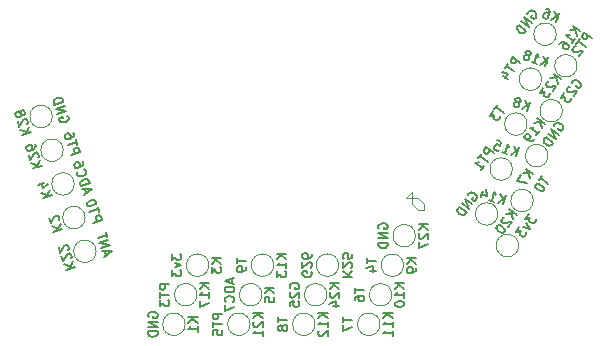
<source format=gbr>
%TF.GenerationSoftware,KiCad,Pcbnew,5.1.6-c6e7f7d~87~ubuntu18.04.1*%
%TF.CreationDate,2020-07-29T15:25:13-07:00*%
%TF.ProjectId,esp32_picod4_downpads,65737033-325f-4706-9963-6f64345f646f,rev?*%
%TF.SameCoordinates,Original*%
%TF.FileFunction,Legend,Bot*%
%TF.FilePolarity,Positive*%
%FSLAX46Y46*%
G04 Gerber Fmt 4.6, Leading zero omitted, Abs format (unit mm)*
G04 Created by KiCad (PCBNEW 5.1.6-c6e7f7d~87~ubuntu18.04.1) date 2020-07-29 15:25:13*
%MOMM*%
%LPD*%
G01*
G04 APERTURE LIST*
%ADD10C,0.120000*%
%ADD11C,0.150000*%
G04 APERTURE END LIST*
D10*
X110652000Y-111832000D02*
X109636000Y-111832000D01*
X111160000Y-112340000D02*
X110652000Y-111832000D01*
X111160000Y-112848000D02*
X111160000Y-112340000D01*
X110652000Y-112848000D02*
X111160000Y-112848000D01*
X110144000Y-112340000D02*
X110652000Y-112848000D01*
X110144000Y-111324000D02*
X110144000Y-112340000D01*
X109636000Y-111832000D02*
X110144000Y-111324000D01*
%TO.C,K13*%
X98450000Y-117500000D02*
G75*
G03*
X98450000Y-117500000I-950000J0D01*
G01*
%TO.C,K3*%
X92950000Y-117500000D02*
G75*
G03*
X92950000Y-117500000I-950000J0D01*
G01*
%TO.C,K5*%
X97450000Y-120000000D02*
G75*
G03*
X97450000Y-120000000I-950000J0D01*
G01*
%TO.C,K1*%
X90950000Y-122500000D02*
G75*
G03*
X90950000Y-122500000I-950000J0D01*
G01*
%TO.C,K2*%
X82484014Y-113469766D02*
G75*
G03*
X82484014Y-113469766I-950000J0D01*
G01*
%TO.C,K4*%
X81556964Y-110616596D02*
G75*
G03*
X81556964Y-110616596I-950000J0D01*
G01*
%TO.C,K6*%
X122373620Y-97942862D02*
G75*
G03*
X122373620Y-97942862I-950000J0D01*
G01*
%TO.C,K7*%
X120425023Y-112030196D02*
G75*
G03*
X120425023Y-112030196I-950000J0D01*
G01*
%TO.C,K8*%
X119901484Y-105551314D02*
G75*
G03*
X119901484Y-105551314I-950000J0D01*
G01*
%TO.C,K9*%
X109450000Y-117500000D02*
G75*
G03*
X109450000Y-117500000I-950000J0D01*
G01*
%TO.C,K10*%
X108450000Y-120000000D02*
G75*
G03*
X108450000Y-120000000I-950000J0D01*
G01*
%TO.C,K11*%
X107450000Y-122500000D02*
G75*
G03*
X107450000Y-122500000I-950000J0D01*
G01*
%TO.C,K12*%
X101950000Y-122500000D02*
G75*
G03*
X101950000Y-122500000I-950000J0D01*
G01*
%TO.C,K14*%
X117429348Y-113159766D02*
G75*
G03*
X117429348Y-113159766I-950000J0D01*
G01*
%TO.C,K15*%
X118665416Y-109355540D02*
G75*
G03*
X118665416Y-109355540I-950000J0D01*
G01*
%TO.C,K16*%
X124133227Y-100617517D02*
G75*
G03*
X124133227Y-100617517I-950000J0D01*
G01*
%TO.C,K17*%
X91950000Y-120000000D02*
G75*
G03*
X91950000Y-120000000I-950000J0D01*
G01*
%TO.C,K18*%
X121137552Y-101747088D02*
G75*
G03*
X121137552Y-101747088I-950000J0D01*
G01*
%TO.C,K19*%
X121661091Y-108225969D02*
G75*
G03*
X121661091Y-108225969I-950000J0D01*
G01*
%TO.C,K20*%
X119188955Y-115834422D02*
G75*
G03*
X119188955Y-115834422I-950000J0D01*
G01*
%TO.C,K21*%
X96450000Y-122500000D02*
G75*
G03*
X96450000Y-122500000I-950000J0D01*
G01*
%TO.C,K23*%
X122897159Y-104421743D02*
G75*
G03*
X122897159Y-104421743I-950000J0D01*
G01*
%TO.C,K24*%
X102950000Y-120000000D02*
G75*
G03*
X102950000Y-120000000I-950000J0D01*
G01*
%TO.C,K25*%
X103950000Y-117500000D02*
G75*
G03*
X103950000Y-117500000I-950000J0D01*
G01*
%TO.C,K26*%
X80629914Y-107763427D02*
G75*
G03*
X80629914Y-107763427I-950000J0D01*
G01*
%TO.C,K27*%
X110450000Y-115000000D02*
G75*
G03*
X110450000Y-115000000I-950000J0D01*
G01*
%TO.C,K22*%
X83411066Y-116322936D02*
G75*
G03*
X83411066Y-116322936I-950000J0D01*
G01*
%TO.C,K28*%
X79702863Y-104910257D02*
G75*
G03*
X79702863Y-104910257I-950000J0D01*
G01*
%TO.C,K13*%
D11*
X99509904Y-116528571D02*
X98709904Y-116528571D01*
X99509904Y-116985714D02*
X99052761Y-116642857D01*
X98709904Y-116985714D02*
X99167047Y-116528571D01*
X99509904Y-117747619D02*
X99509904Y-117290476D01*
X99509904Y-117519047D02*
X98709904Y-117519047D01*
X98824190Y-117442857D01*
X98900380Y-117366666D01*
X98938476Y-117290476D01*
X98709904Y-118014285D02*
X98709904Y-118509523D01*
X99014666Y-118242857D01*
X99014666Y-118357142D01*
X99052761Y-118433333D01*
X99090857Y-118471428D01*
X99167047Y-118509523D01*
X99357523Y-118509523D01*
X99433714Y-118471428D01*
X99471809Y-118433333D01*
X99509904Y-118357142D01*
X99509904Y-118128571D01*
X99471809Y-118052380D01*
X99433714Y-118014285D01*
X95311904Y-116890476D02*
X95311904Y-117347619D01*
X96111904Y-117119047D02*
X95311904Y-117119047D01*
X96111904Y-117652380D02*
X96111904Y-117804761D01*
X96073809Y-117880952D01*
X96035714Y-117919047D01*
X95921428Y-117995238D01*
X95769047Y-118033333D01*
X95464285Y-118033333D01*
X95388095Y-117995238D01*
X95350000Y-117957142D01*
X95311904Y-117880952D01*
X95311904Y-117728571D01*
X95350000Y-117652380D01*
X95388095Y-117614285D01*
X95464285Y-117576190D01*
X95654761Y-117576190D01*
X95730952Y-117614285D01*
X95769047Y-117652380D01*
X95807142Y-117728571D01*
X95807142Y-117880952D01*
X95769047Y-117957142D01*
X95730952Y-117995238D01*
X95654761Y-118033333D01*
%TO.C,K3*%
X94009904Y-116909523D02*
X93209904Y-116909523D01*
X94009904Y-117366666D02*
X93552761Y-117023809D01*
X93209904Y-117366666D02*
X93667047Y-116909523D01*
X93209904Y-117633333D02*
X93209904Y-118128571D01*
X93514666Y-117861904D01*
X93514666Y-117976190D01*
X93552761Y-118052380D01*
X93590857Y-118090476D01*
X93667047Y-118128571D01*
X93857523Y-118128571D01*
X93933714Y-118090476D01*
X93971809Y-118052380D01*
X94009904Y-117976190D01*
X94009904Y-117747619D01*
X93971809Y-117671428D01*
X93933714Y-117633333D01*
X89811904Y-116547619D02*
X89811904Y-117042857D01*
X90116666Y-116776190D01*
X90116666Y-116890476D01*
X90154761Y-116966666D01*
X90192857Y-117004761D01*
X90269047Y-117042857D01*
X90459523Y-117042857D01*
X90535714Y-117004761D01*
X90573809Y-116966666D01*
X90611904Y-116890476D01*
X90611904Y-116661904D01*
X90573809Y-116585714D01*
X90535714Y-116547619D01*
X90078571Y-117309523D02*
X90611904Y-117500000D01*
X90078571Y-117690476D01*
X89811904Y-117919047D02*
X89811904Y-118414285D01*
X90116666Y-118147619D01*
X90116666Y-118261904D01*
X90154761Y-118338095D01*
X90192857Y-118376190D01*
X90269047Y-118414285D01*
X90459523Y-118414285D01*
X90535714Y-118376190D01*
X90573809Y-118338095D01*
X90611904Y-118261904D01*
X90611904Y-118033333D01*
X90573809Y-117957142D01*
X90535714Y-117919047D01*
%TO.C,K5*%
X98509904Y-119409523D02*
X97709904Y-119409523D01*
X98509904Y-119866666D02*
X98052761Y-119523809D01*
X97709904Y-119866666D02*
X98167047Y-119409523D01*
X97709904Y-120590476D02*
X97709904Y-120209523D01*
X98090857Y-120171428D01*
X98052761Y-120209523D01*
X98014666Y-120285714D01*
X98014666Y-120476190D01*
X98052761Y-120552380D01*
X98090857Y-120590476D01*
X98167047Y-120628571D01*
X98357523Y-120628571D01*
X98433714Y-120590476D01*
X98471809Y-120552380D01*
X98509904Y-120476190D01*
X98509904Y-120285714D01*
X98471809Y-120209523D01*
X98433714Y-120171428D01*
X94883333Y-118628571D02*
X94883333Y-119009523D01*
X95111904Y-118552380D02*
X94311904Y-118819047D01*
X95111904Y-119085714D01*
X95111904Y-119352380D02*
X94311904Y-119352380D01*
X94311904Y-119542857D01*
X94350000Y-119657142D01*
X94426190Y-119733333D01*
X94502380Y-119771428D01*
X94654761Y-119809523D01*
X94769047Y-119809523D01*
X94921428Y-119771428D01*
X94997619Y-119733333D01*
X95073809Y-119657142D01*
X95111904Y-119542857D01*
X95111904Y-119352380D01*
X95035714Y-120609523D02*
X95073809Y-120571428D01*
X95111904Y-120457142D01*
X95111904Y-120380952D01*
X95073809Y-120266666D01*
X94997619Y-120190476D01*
X94921428Y-120152380D01*
X94769047Y-120114285D01*
X94654761Y-120114285D01*
X94502380Y-120152380D01*
X94426190Y-120190476D01*
X94350000Y-120266666D01*
X94311904Y-120380952D01*
X94311904Y-120457142D01*
X94350000Y-120571428D01*
X94388095Y-120609523D01*
X94311904Y-120876190D02*
X94311904Y-121409523D01*
X95111904Y-121066666D01*
%TO.C,K1*%
X92009904Y-121909523D02*
X91209904Y-121909523D01*
X92009904Y-122366666D02*
X91552761Y-122023809D01*
X91209904Y-122366666D02*
X91667047Y-121909523D01*
X92009904Y-123128571D02*
X92009904Y-122671428D01*
X92009904Y-122900000D02*
X91209904Y-122900000D01*
X91324190Y-122823809D01*
X91400380Y-122747619D01*
X91438476Y-122671428D01*
X87850000Y-121890476D02*
X87811904Y-121814285D01*
X87811904Y-121700000D01*
X87850000Y-121585714D01*
X87926190Y-121509523D01*
X88002380Y-121471428D01*
X88154761Y-121433333D01*
X88269047Y-121433333D01*
X88421428Y-121471428D01*
X88497619Y-121509523D01*
X88573809Y-121585714D01*
X88611904Y-121700000D01*
X88611904Y-121776190D01*
X88573809Y-121890476D01*
X88535714Y-121928571D01*
X88269047Y-121928571D01*
X88269047Y-121776190D01*
X88611904Y-122271428D02*
X87811904Y-122271428D01*
X88611904Y-122728571D01*
X87811904Y-122728571D01*
X88611904Y-123109523D02*
X87811904Y-123109523D01*
X87811904Y-123300000D01*
X87850000Y-123414285D01*
X87926190Y-123490476D01*
X88002380Y-123528571D01*
X88154761Y-123566666D01*
X88269047Y-123566666D01*
X88421428Y-123528571D01*
X88497619Y-123490476D01*
X88573809Y-123414285D01*
X88611904Y-123300000D01*
X88611904Y-123109523D01*
%TO.C,K2*%
X79804948Y-114652436D02*
X80565793Y-114405223D01*
X79663683Y-114217668D02*
X80204400Y-114402479D01*
X80424528Y-113970454D02*
X80131024Y-114546488D01*
X80257890Y-113704153D02*
X80282349Y-113656150D01*
X80295035Y-113571916D01*
X80236175Y-113390763D01*
X80176400Y-113330073D01*
X80128397Y-113305615D01*
X80044164Y-113292928D01*
X79971702Y-113316472D01*
X79874782Y-113388019D01*
X79581278Y-113964053D01*
X79428241Y-113493053D01*
X83130814Y-113892242D02*
X83891660Y-113645029D01*
X83797483Y-113355183D01*
X83737708Y-113294493D01*
X83689705Y-113270035D01*
X83605472Y-113257348D01*
X83496780Y-113292664D01*
X83436090Y-113352439D01*
X83411632Y-113400442D01*
X83398945Y-113484676D01*
X83493122Y-113774521D01*
X83679762Y-112992876D02*
X83538497Y-112558107D01*
X82848285Y-113022705D02*
X83609130Y-112775491D01*
X83409005Y-112159569D02*
X83385460Y-112087107D01*
X83325685Y-112026418D01*
X83277683Y-112001959D01*
X83193449Y-111989273D01*
X83036754Y-112000130D01*
X82855601Y-112058991D01*
X82722450Y-112142310D01*
X82661760Y-112202085D01*
X82637302Y-112250088D01*
X82624615Y-112334321D01*
X82648159Y-112406783D01*
X82707934Y-112467472D01*
X82755937Y-112491931D01*
X82840170Y-112504617D01*
X82996865Y-112493760D01*
X83178019Y-112434899D01*
X83311170Y-112351580D01*
X83371859Y-112291805D01*
X83396318Y-112243802D01*
X83409005Y-112159569D01*
%TO.C,K4*%
X78877898Y-111799266D02*
X79638743Y-111552053D01*
X78736633Y-111364498D02*
X79277350Y-111549309D01*
X79497478Y-111117284D02*
X79203974Y-111693318D01*
X79031966Y-110547536D02*
X78524736Y-110712345D01*
X79380672Y-110634513D02*
X78896071Y-110992247D01*
X78743034Y-110521248D01*
X82568300Y-111421324D02*
X82450579Y-111059017D01*
X82374460Y-111564418D02*
X83052900Y-111063589D01*
X82209650Y-111057188D01*
X82127246Y-110803573D02*
X82888091Y-110556359D01*
X82829231Y-110375205D01*
X82757684Y-110278285D01*
X82661678Y-110229368D01*
X82577445Y-110216681D01*
X82420750Y-110227539D01*
X82312058Y-110262855D01*
X82178907Y-110346174D01*
X82118217Y-110405949D01*
X82069300Y-110501955D01*
X82068386Y-110622419D01*
X82127246Y-110803573D01*
X81811229Y-109584414D02*
X81786770Y-109632417D01*
X81785856Y-109752882D01*
X81809400Y-109825343D01*
X81880947Y-109922263D01*
X81976952Y-109971180D01*
X82061186Y-109983867D01*
X82217881Y-109973009D01*
X82326573Y-109937693D01*
X82459724Y-109854374D01*
X82520413Y-109794599D01*
X82569331Y-109698594D01*
X82570245Y-109578129D01*
X82546701Y-109505668D01*
X82475154Y-109408748D01*
X82427151Y-109384289D01*
X82287715Y-108708592D02*
X82334804Y-108853515D01*
X82322117Y-108937748D01*
X82297658Y-108985751D01*
X82212510Y-109093529D01*
X82079359Y-109176848D01*
X81789514Y-109271025D01*
X81705280Y-109258338D01*
X81657277Y-109233879D01*
X81597502Y-109173190D01*
X81550414Y-109028267D01*
X81563101Y-108944034D01*
X81587559Y-108896031D01*
X81648249Y-108836256D01*
X81829402Y-108777395D01*
X81913636Y-108790082D01*
X81961639Y-108814541D01*
X82021414Y-108875230D01*
X82068502Y-109020153D01*
X82055815Y-109104386D01*
X82031357Y-109152389D01*
X81970667Y-109212164D01*
%TO.C,K6*%
X122382621Y-96902180D02*
X122629835Y-96141334D01*
X121947852Y-96760915D02*
X122415194Y-96432095D01*
X122195066Y-96000069D02*
X122488570Y-96576103D01*
X121542913Y-95788172D02*
X121687836Y-95835260D01*
X121748525Y-95895035D01*
X121772984Y-95943038D01*
X121810129Y-96075274D01*
X121799271Y-96231969D01*
X121705095Y-96521815D01*
X121645320Y-96582505D01*
X121597317Y-96606963D01*
X121513084Y-96619650D01*
X121368161Y-96572561D01*
X121307471Y-96512787D01*
X121283013Y-96464784D01*
X121270326Y-96380550D01*
X121329187Y-96199397D01*
X121388961Y-96138707D01*
X121436964Y-96114249D01*
X121521198Y-96101562D01*
X121666121Y-96148650D01*
X121726810Y-96208425D01*
X121751269Y-96256428D01*
X121763955Y-96340662D01*
X119934662Y-96196770D02*
X119948626Y-96112739D01*
X120015801Y-96020280D01*
X120113796Y-95950213D01*
X120220219Y-95933357D01*
X120304251Y-95947321D01*
X120449921Y-96006068D01*
X120542380Y-96073244D01*
X120643267Y-96193631D01*
X120682515Y-96269234D01*
X120699371Y-96375657D01*
X120663015Y-96490508D01*
X120618231Y-96552148D01*
X120520236Y-96622215D01*
X120467024Y-96630643D01*
X120251287Y-96473900D01*
X120340854Y-96350621D01*
X120327138Y-96952804D02*
X119679924Y-96482575D01*
X120058436Y-97322640D01*
X119411222Y-96852412D01*
X119834517Y-97630837D02*
X119187304Y-97160609D01*
X119075345Y-97314707D01*
X119038989Y-97429558D01*
X119055845Y-97535981D01*
X119095092Y-97611584D01*
X119195979Y-97731971D01*
X119288438Y-97799147D01*
X119434109Y-97857894D01*
X119518140Y-97871858D01*
X119624563Y-97855003D01*
X119722558Y-97784935D01*
X119834517Y-97630837D01*
%TO.C,K7*%
X120439860Y-109785017D02*
X119792646Y-109314788D01*
X120171158Y-110154853D02*
X120002848Y-109608774D01*
X119523944Y-109684625D02*
X120162483Y-109583490D01*
X119367202Y-109900363D02*
X119053716Y-110331838D01*
X119902456Y-110524689D01*
X121178842Y-109949378D02*
X120910140Y-110319215D01*
X121691705Y-110604525D02*
X121044491Y-110134297D01*
X120663830Y-110658231D02*
X120619047Y-110719871D01*
X120605083Y-110803902D01*
X120613511Y-110857114D01*
X120652758Y-110932717D01*
X120753645Y-111053104D01*
X120907744Y-111165063D01*
X121053414Y-111223811D01*
X121137445Y-111237774D01*
X121190657Y-111229347D01*
X121266260Y-111190099D01*
X121311044Y-111128460D01*
X121325008Y-111044428D01*
X121316580Y-110991217D01*
X121277332Y-110915614D01*
X121176445Y-110795227D01*
X121022347Y-110683268D01*
X120876676Y-110624520D01*
X120792645Y-110610556D01*
X120739434Y-110618984D01*
X120663830Y-110658231D01*
%TO.C,K8*%
X119874741Y-104426659D02*
X120121955Y-103665813D01*
X119439972Y-104285394D02*
X119907314Y-103956574D01*
X119687186Y-103524548D02*
X119980690Y-104100582D01*
X119146469Y-103709360D02*
X119230702Y-103696673D01*
X119278705Y-103672215D01*
X119338480Y-103611525D01*
X119350252Y-103575295D01*
X119337565Y-103491061D01*
X119313107Y-103443058D01*
X119252417Y-103383284D01*
X119107494Y-103336195D01*
X119023261Y-103348882D01*
X118975258Y-103373340D01*
X118915483Y-103434030D01*
X118903711Y-103470261D01*
X118916398Y-103554494D01*
X118940856Y-103602497D01*
X119001546Y-103662272D01*
X119146469Y-103709360D01*
X119207158Y-103769135D01*
X119231617Y-103817138D01*
X119244303Y-103901371D01*
X119197215Y-104046294D01*
X119137440Y-104106984D01*
X119089437Y-104131442D01*
X119005204Y-104144129D01*
X118860281Y-104097040D01*
X118799591Y-104037266D01*
X118775133Y-103989263D01*
X118762446Y-103905029D01*
X118809534Y-103760106D01*
X118869309Y-103699417D01*
X118917312Y-103674958D01*
X119001546Y-103662272D01*
X117403842Y-103924378D02*
X117135140Y-104294215D01*
X117916705Y-104579525D02*
X117269491Y-104109297D01*
X117023181Y-104448313D02*
X116732088Y-104848969D01*
X117135388Y-104812366D01*
X117068212Y-104904825D01*
X117054248Y-104988856D01*
X117062676Y-105042068D01*
X117101924Y-105117671D01*
X117256022Y-105229630D01*
X117340054Y-105243594D01*
X117393265Y-105235166D01*
X117468868Y-105195919D01*
X117603219Y-105011001D01*
X117617183Y-104926969D01*
X117608755Y-104873758D01*
%TO.C,K9*%
X110509904Y-116909523D02*
X109709904Y-116909523D01*
X110509904Y-117366666D02*
X110052761Y-117023809D01*
X109709904Y-117366666D02*
X110167047Y-116909523D01*
X110509904Y-117747619D02*
X110509904Y-117900000D01*
X110471809Y-117976190D01*
X110433714Y-118014285D01*
X110319428Y-118090476D01*
X110167047Y-118128571D01*
X109862285Y-118128571D01*
X109786095Y-118090476D01*
X109748000Y-118052380D01*
X109709904Y-117976190D01*
X109709904Y-117823809D01*
X109748000Y-117747619D01*
X109786095Y-117709523D01*
X109862285Y-117671428D01*
X110052761Y-117671428D01*
X110128952Y-117709523D01*
X110167047Y-117747619D01*
X110205142Y-117823809D01*
X110205142Y-117976190D01*
X110167047Y-118052380D01*
X110128952Y-118090476D01*
X110052761Y-118128571D01*
X106311904Y-116890476D02*
X106311904Y-117347619D01*
X107111904Y-117119047D02*
X106311904Y-117119047D01*
X106578571Y-117957142D02*
X107111904Y-117957142D01*
X106273809Y-117766666D02*
X106845238Y-117576190D01*
X106845238Y-118071428D01*
%TO.C,K10*%
X109509904Y-119028571D02*
X108709904Y-119028571D01*
X109509904Y-119485714D02*
X109052761Y-119142857D01*
X108709904Y-119485714D02*
X109167047Y-119028571D01*
X109509904Y-120247619D02*
X109509904Y-119790476D01*
X109509904Y-120019047D02*
X108709904Y-120019047D01*
X108824190Y-119942857D01*
X108900380Y-119866666D01*
X108938476Y-119790476D01*
X108709904Y-120742857D02*
X108709904Y-120819047D01*
X108748000Y-120895238D01*
X108786095Y-120933333D01*
X108862285Y-120971428D01*
X109014666Y-121009523D01*
X109205142Y-121009523D01*
X109357523Y-120971428D01*
X109433714Y-120933333D01*
X109471809Y-120895238D01*
X109509904Y-120819047D01*
X109509904Y-120742857D01*
X109471809Y-120666666D01*
X109433714Y-120628571D01*
X109357523Y-120590476D01*
X109205142Y-120552380D01*
X109014666Y-120552380D01*
X108862285Y-120590476D01*
X108786095Y-120628571D01*
X108748000Y-120666666D01*
X108709904Y-120742857D01*
X105311904Y-119390476D02*
X105311904Y-119847619D01*
X106111904Y-119619047D02*
X105311904Y-119619047D01*
X105311904Y-120457142D02*
X105311904Y-120304761D01*
X105350000Y-120228571D01*
X105388095Y-120190476D01*
X105502380Y-120114285D01*
X105654761Y-120076190D01*
X105959523Y-120076190D01*
X106035714Y-120114285D01*
X106073809Y-120152380D01*
X106111904Y-120228571D01*
X106111904Y-120380952D01*
X106073809Y-120457142D01*
X106035714Y-120495238D01*
X105959523Y-120533333D01*
X105769047Y-120533333D01*
X105692857Y-120495238D01*
X105654761Y-120457142D01*
X105616666Y-120380952D01*
X105616666Y-120228571D01*
X105654761Y-120152380D01*
X105692857Y-120114285D01*
X105769047Y-120076190D01*
%TO.C,K11*%
X108509904Y-121528571D02*
X107709904Y-121528571D01*
X108509904Y-121985714D02*
X108052761Y-121642857D01*
X107709904Y-121985714D02*
X108167047Y-121528571D01*
X108509904Y-122747619D02*
X108509904Y-122290476D01*
X108509904Y-122519047D02*
X107709904Y-122519047D01*
X107824190Y-122442857D01*
X107900380Y-122366666D01*
X107938476Y-122290476D01*
X108509904Y-123509523D02*
X108509904Y-123052380D01*
X108509904Y-123280952D02*
X107709904Y-123280952D01*
X107824190Y-123204761D01*
X107900380Y-123128571D01*
X107938476Y-123052380D01*
X104311904Y-121890476D02*
X104311904Y-122347619D01*
X105111904Y-122119047D02*
X104311904Y-122119047D01*
X104311904Y-122538095D02*
X104311904Y-123071428D01*
X105111904Y-122728571D01*
%TO.C,K12*%
X103009904Y-121528571D02*
X102209904Y-121528571D01*
X103009904Y-121985714D02*
X102552761Y-121642857D01*
X102209904Y-121985714D02*
X102667047Y-121528571D01*
X103009904Y-122747619D02*
X103009904Y-122290476D01*
X103009904Y-122519047D02*
X102209904Y-122519047D01*
X102324190Y-122442857D01*
X102400380Y-122366666D01*
X102438476Y-122290476D01*
X102286095Y-123052380D02*
X102248000Y-123090476D01*
X102209904Y-123166666D01*
X102209904Y-123357142D01*
X102248000Y-123433333D01*
X102286095Y-123471428D01*
X102362285Y-123509523D01*
X102438476Y-123509523D01*
X102552761Y-123471428D01*
X103009904Y-123014285D01*
X103009904Y-123509523D01*
X98811904Y-121890476D02*
X98811904Y-122347619D01*
X99611904Y-122119047D02*
X98811904Y-122119047D01*
X99154761Y-122728571D02*
X99116666Y-122652380D01*
X99078571Y-122614285D01*
X99002380Y-122576190D01*
X98964285Y-122576190D01*
X98888095Y-122614285D01*
X98850000Y-122652380D01*
X98811904Y-122728571D01*
X98811904Y-122880952D01*
X98850000Y-122957142D01*
X98888095Y-122995238D01*
X98964285Y-123033333D01*
X99002380Y-123033333D01*
X99078571Y-122995238D01*
X99116666Y-122957142D01*
X99154761Y-122880952D01*
X99154761Y-122728571D01*
X99192857Y-122652380D01*
X99230952Y-122614285D01*
X99307142Y-122576190D01*
X99459523Y-122576190D01*
X99535714Y-122614285D01*
X99573809Y-122652380D01*
X99611904Y-122728571D01*
X99611904Y-122880952D01*
X99573809Y-122957142D01*
X99535714Y-122995238D01*
X99459523Y-123033333D01*
X99307142Y-123033333D01*
X99230952Y-122995238D01*
X99192857Y-122957142D01*
X99154761Y-122880952D01*
%TO.C,K14*%
X117837048Y-112344379D02*
X118084262Y-111583534D01*
X117402280Y-112203114D02*
X117869621Y-111874294D01*
X117649493Y-111442269D02*
X117942997Y-112018303D01*
X116677665Y-111967673D02*
X117112434Y-112108938D01*
X116895049Y-112038305D02*
X117142263Y-111277460D01*
X117179408Y-111409696D01*
X117228326Y-111505702D01*
X117289015Y-111565477D01*
X116190321Y-111248545D02*
X116025512Y-111755776D01*
X116465651Y-111017560D02*
X116470224Y-111619881D01*
X115999224Y-111466844D01*
X114884662Y-111596770D02*
X114898626Y-111512739D01*
X114965801Y-111420280D01*
X115063796Y-111350213D01*
X115170219Y-111333357D01*
X115254251Y-111347321D01*
X115399921Y-111406068D01*
X115492380Y-111473244D01*
X115593267Y-111593631D01*
X115632515Y-111669234D01*
X115649371Y-111775657D01*
X115613015Y-111890508D01*
X115568231Y-111952148D01*
X115470236Y-112022215D01*
X115417024Y-112030643D01*
X115201287Y-111873900D01*
X115290854Y-111750621D01*
X115277138Y-112352804D02*
X114629924Y-111882575D01*
X115008436Y-112722640D01*
X114361222Y-112252412D01*
X114784517Y-113030837D02*
X114137304Y-112560609D01*
X114025345Y-112714707D01*
X113988989Y-112829558D01*
X114005845Y-112935981D01*
X114045092Y-113011584D01*
X114145979Y-113131971D01*
X114238438Y-113199147D01*
X114384109Y-113257894D01*
X114468140Y-113271858D01*
X114574563Y-113255003D01*
X114672558Y-113184935D01*
X114784517Y-113030837D01*
%TO.C,K15*%
X118962048Y-108294379D02*
X119209262Y-107533534D01*
X118527280Y-108153114D02*
X118994621Y-107824294D01*
X118774493Y-107392269D02*
X119067997Y-107968303D01*
X117802665Y-107917673D02*
X118237434Y-108058938D01*
X118020049Y-107988305D02*
X118267263Y-107227460D01*
X118304408Y-107359696D01*
X118353326Y-107455702D01*
X118414015Y-107515477D01*
X117361495Y-106933158D02*
X117723802Y-107050879D01*
X117642312Y-107424958D01*
X117617853Y-107376956D01*
X117557164Y-107317181D01*
X117376010Y-107258320D01*
X117291777Y-107271007D01*
X117243774Y-107295465D01*
X117183999Y-107356155D01*
X117125139Y-107537308D01*
X117137825Y-107621542D01*
X117162284Y-107669545D01*
X117222973Y-107729320D01*
X117404127Y-107788180D01*
X117488361Y-107775493D01*
X117536363Y-107751035D01*
X117093994Y-107988459D02*
X116446781Y-107518231D01*
X116267646Y-107764788D01*
X116253682Y-107848820D01*
X116262110Y-107902031D01*
X116301358Y-107977634D01*
X116393817Y-108044810D01*
X116477848Y-108058774D01*
X116531060Y-108050346D01*
X116606663Y-108011098D01*
X116785797Y-107764541D01*
X116043728Y-108072985D02*
X115775026Y-108442822D01*
X116556591Y-108728132D02*
X115909377Y-108257903D01*
X116019187Y-109467804D02*
X116287889Y-109097968D01*
X116153538Y-109282886D02*
X115506324Y-108812658D01*
X115643567Y-108818194D01*
X115749990Y-108801338D01*
X115825593Y-108762091D01*
%TO.C,K16*%
X124413778Y-97701820D02*
X123766564Y-97231591D01*
X124145076Y-98071656D02*
X123976766Y-97525577D01*
X123497863Y-97601428D02*
X124136401Y-97500293D01*
X123697240Y-98688050D02*
X123965942Y-98318213D01*
X123831591Y-98503132D02*
X123184377Y-98032903D01*
X123321620Y-98038439D01*
X123428043Y-98021584D01*
X123503646Y-97982336D01*
X122646973Y-98772576D02*
X122736541Y-98649297D01*
X122812144Y-98610050D01*
X122865356Y-98601622D01*
X123002598Y-98607158D01*
X123148269Y-98665906D01*
X123394826Y-98845040D01*
X123434074Y-98920643D01*
X123442502Y-98973855D01*
X123428538Y-99057886D01*
X123338971Y-99181165D01*
X123263367Y-99220412D01*
X123210156Y-99228840D01*
X123126125Y-99214876D01*
X122972026Y-99102917D01*
X122932779Y-99027314D01*
X122924351Y-98974102D01*
X122938315Y-98890071D01*
X123027882Y-98766792D01*
X123103485Y-98727545D01*
X123156697Y-98719117D01*
X123240728Y-98733081D01*
X125393994Y-98288459D02*
X124746781Y-97818231D01*
X124567646Y-98064788D01*
X124553682Y-98148820D01*
X124562110Y-98202031D01*
X124601358Y-98277634D01*
X124693817Y-98344810D01*
X124777848Y-98358774D01*
X124831060Y-98350346D01*
X124906663Y-98311098D01*
X125085797Y-98064541D01*
X124343728Y-98372985D02*
X124075026Y-98742822D01*
X124856591Y-99028132D02*
X124209377Y-98557903D01*
X124002315Y-98972523D02*
X123949103Y-98980951D01*
X123873500Y-99020199D01*
X123761541Y-99174297D01*
X123747577Y-99258329D01*
X123756005Y-99311540D01*
X123795252Y-99387143D01*
X123856892Y-99431927D01*
X123971743Y-99468283D01*
X124610281Y-99367148D01*
X124319187Y-99767804D01*
%TO.C,K17*%
X93009904Y-119028571D02*
X92209904Y-119028571D01*
X93009904Y-119485714D02*
X92552761Y-119142857D01*
X92209904Y-119485714D02*
X92667047Y-119028571D01*
X93009904Y-120247619D02*
X93009904Y-119790476D01*
X93009904Y-120019047D02*
X92209904Y-120019047D01*
X92324190Y-119942857D01*
X92400380Y-119866666D01*
X92438476Y-119790476D01*
X92209904Y-120514285D02*
X92209904Y-121047619D01*
X93009904Y-120704761D01*
X89611904Y-119104761D02*
X88811904Y-119104761D01*
X88811904Y-119409523D01*
X88850000Y-119485714D01*
X88888095Y-119523809D01*
X88964285Y-119561904D01*
X89078571Y-119561904D01*
X89154761Y-119523809D01*
X89192857Y-119485714D01*
X89230952Y-119409523D01*
X89230952Y-119104761D01*
X88811904Y-119790476D02*
X88811904Y-120247619D01*
X89611904Y-120019047D02*
X88811904Y-120019047D01*
X88811904Y-120438095D02*
X88811904Y-120933333D01*
X89116666Y-120666666D01*
X89116666Y-120780952D01*
X89154761Y-120857142D01*
X89192857Y-120895238D01*
X89269047Y-120933333D01*
X89459523Y-120933333D01*
X89535714Y-120895238D01*
X89573809Y-120857142D01*
X89611904Y-120780952D01*
X89611904Y-120552380D01*
X89573809Y-120476190D01*
X89535714Y-120438095D01*
%TO.C,K18*%
X121462048Y-100669379D02*
X121709262Y-99908534D01*
X121027280Y-100528114D02*
X121494621Y-100199294D01*
X121274493Y-99767269D02*
X121567997Y-100343303D01*
X120302665Y-100292673D02*
X120737434Y-100433938D01*
X120520049Y-100363305D02*
X120767263Y-99602460D01*
X120804408Y-99734696D01*
X120853326Y-99830702D01*
X120914015Y-99890477D01*
X120009161Y-99716639D02*
X120093395Y-99703953D01*
X120141398Y-99679494D01*
X120201172Y-99618805D01*
X120212945Y-99582574D01*
X120200258Y-99498340D01*
X120175799Y-99450338D01*
X120115110Y-99390563D01*
X119970187Y-99343474D01*
X119885954Y-99356161D01*
X119837951Y-99380620D01*
X119778176Y-99441309D01*
X119766404Y-99477540D01*
X119779090Y-99561773D01*
X119803549Y-99609776D01*
X119864238Y-99669551D01*
X120009161Y-99716639D01*
X120069851Y-99776414D01*
X120094309Y-99824417D01*
X120106996Y-99908650D01*
X120059908Y-100053573D01*
X120000133Y-100114263D01*
X119952130Y-100138721D01*
X119867896Y-100151408D01*
X119722973Y-100104320D01*
X119662284Y-100044545D01*
X119637825Y-99996542D01*
X119625139Y-99912308D01*
X119672227Y-99767386D01*
X119732002Y-99706696D01*
X119780005Y-99682238D01*
X119864238Y-99669551D01*
X119343994Y-100338459D02*
X118696781Y-99868231D01*
X118517646Y-100114788D01*
X118503682Y-100198820D01*
X118512110Y-100252031D01*
X118551358Y-100327634D01*
X118643817Y-100394810D01*
X118727848Y-100408774D01*
X118781060Y-100400346D01*
X118856663Y-100361098D01*
X119035797Y-100114541D01*
X118293728Y-100422985D02*
X118025026Y-100792822D01*
X118806591Y-101078132D02*
X118159377Y-100607903D01*
X117882495Y-101442679D02*
X118313971Y-101756165D01*
X117747896Y-101109446D02*
X118322151Y-101291225D01*
X118031057Y-101691881D01*
%TO.C,K19*%
X121413778Y-105526820D02*
X120766564Y-105056591D01*
X121145076Y-105896656D02*
X120976766Y-105350577D01*
X120497863Y-105426428D02*
X121136401Y-105325293D01*
X120697240Y-106513050D02*
X120965942Y-106143213D01*
X120831591Y-106328132D02*
X120184377Y-105857903D01*
X120321620Y-105863439D01*
X120428043Y-105846584D01*
X120503646Y-105807336D01*
X120473322Y-106821247D02*
X120383754Y-106944526D01*
X120308151Y-106983773D01*
X120254939Y-106992201D01*
X120117697Y-106986665D01*
X119972026Y-106927917D01*
X119725469Y-106748783D01*
X119686221Y-106673179D01*
X119677793Y-106619968D01*
X119691757Y-106535937D01*
X119781324Y-106412658D01*
X119856928Y-106373410D01*
X119910139Y-106364982D01*
X119994170Y-106378946D01*
X120148269Y-106490906D01*
X120187516Y-106566509D01*
X120195944Y-106619720D01*
X120181980Y-106703752D01*
X120092413Y-106827030D01*
X120016810Y-106866278D01*
X119963598Y-106874706D01*
X119879567Y-106860742D01*
X122209662Y-105696770D02*
X122223626Y-105612739D01*
X122290801Y-105520280D01*
X122388796Y-105450213D01*
X122495219Y-105433357D01*
X122579251Y-105447321D01*
X122724921Y-105506068D01*
X122817380Y-105573244D01*
X122918267Y-105693631D01*
X122957515Y-105769234D01*
X122974371Y-105875657D01*
X122938015Y-105990508D01*
X122893231Y-106052148D01*
X122795236Y-106122215D01*
X122742024Y-106130643D01*
X122526287Y-105973900D01*
X122615854Y-105850621D01*
X122602138Y-106452804D02*
X121954924Y-105982575D01*
X122333436Y-106822640D01*
X121686222Y-106352412D01*
X122109517Y-107130837D02*
X121462304Y-106660609D01*
X121350345Y-106814707D01*
X121313989Y-106929558D01*
X121330845Y-107035981D01*
X121370092Y-107111584D01*
X121470979Y-107231971D01*
X121563438Y-107299147D01*
X121709109Y-107357894D01*
X121793140Y-107371858D01*
X121899563Y-107355003D01*
X121997558Y-107284935D01*
X122109517Y-107130837D01*
%TO.C,K20*%
X119013778Y-113251820D02*
X118366564Y-112781591D01*
X118745076Y-113621656D02*
X118576766Y-113075577D01*
X118097863Y-113151428D02*
X118736401Y-113050293D01*
X117980367Y-113442769D02*
X117927156Y-113451197D01*
X117851553Y-113490444D01*
X117739593Y-113644543D01*
X117725630Y-113728574D01*
X117734057Y-113781786D01*
X117773305Y-113857389D01*
X117834944Y-113902173D01*
X117949795Y-113938528D01*
X118588333Y-113837394D01*
X118297240Y-114238050D01*
X117358933Y-114168478D02*
X117314149Y-114230117D01*
X117300185Y-114314148D01*
X117308613Y-114367360D01*
X117347860Y-114442963D01*
X117448747Y-114563350D01*
X117602846Y-114675309D01*
X117748516Y-114734057D01*
X117832548Y-114748021D01*
X117885759Y-114739593D01*
X117961362Y-114700345D01*
X118006146Y-114638706D01*
X118020110Y-114554675D01*
X118011682Y-114501463D01*
X117972435Y-114425860D01*
X117871548Y-114305473D01*
X117717449Y-114193514D01*
X117571779Y-114134766D01*
X117487747Y-114120802D01*
X117434536Y-114129230D01*
X117358933Y-114168478D01*
X120055368Y-113172001D02*
X119764275Y-113572657D01*
X120167575Y-113536054D01*
X120100400Y-113628513D01*
X120086436Y-113712544D01*
X120094864Y-113765756D01*
X120134111Y-113841359D01*
X120288210Y-113953318D01*
X120372241Y-113967282D01*
X120425452Y-113958854D01*
X120501056Y-113919607D01*
X120635407Y-113734688D01*
X120649371Y-113650657D01*
X120640943Y-113597446D01*
X119823270Y-113945138D02*
X120142787Y-114412722D01*
X119599352Y-114253335D01*
X119249263Y-114281510D02*
X118958169Y-114682166D01*
X119361470Y-114645563D01*
X119294294Y-114738022D01*
X119280330Y-114822053D01*
X119288758Y-114875265D01*
X119328006Y-114950868D01*
X119482104Y-115062827D01*
X119566135Y-115076791D01*
X119619347Y-115068363D01*
X119694950Y-115029116D01*
X119829301Y-114844198D01*
X119843265Y-114760166D01*
X119834837Y-114706955D01*
%TO.C,K21*%
X97509904Y-121528571D02*
X96709904Y-121528571D01*
X97509904Y-121985714D02*
X97052761Y-121642857D01*
X96709904Y-121985714D02*
X97167047Y-121528571D01*
X96786095Y-122290476D02*
X96748000Y-122328571D01*
X96709904Y-122404761D01*
X96709904Y-122595238D01*
X96748000Y-122671428D01*
X96786095Y-122709523D01*
X96862285Y-122747619D01*
X96938476Y-122747619D01*
X97052761Y-122709523D01*
X97509904Y-122252380D01*
X97509904Y-122747619D01*
X97509904Y-123509523D02*
X97509904Y-123052380D01*
X97509904Y-123280952D02*
X96709904Y-123280952D01*
X96824190Y-123204761D01*
X96900380Y-123128571D01*
X96938476Y-123052380D01*
X94111904Y-121604761D02*
X93311904Y-121604761D01*
X93311904Y-121909523D01*
X93350000Y-121985714D01*
X93388095Y-122023809D01*
X93464285Y-122061904D01*
X93578571Y-122061904D01*
X93654761Y-122023809D01*
X93692857Y-121985714D01*
X93730952Y-121909523D01*
X93730952Y-121604761D01*
X93311904Y-122290476D02*
X93311904Y-122747619D01*
X94111904Y-122519047D02*
X93311904Y-122519047D01*
X93311904Y-123395238D02*
X93311904Y-123014285D01*
X93692857Y-122976190D01*
X93654761Y-123014285D01*
X93616666Y-123090476D01*
X93616666Y-123280952D01*
X93654761Y-123357142D01*
X93692857Y-123395238D01*
X93769047Y-123433333D01*
X93959523Y-123433333D01*
X94035714Y-123395238D01*
X94073809Y-123357142D01*
X94111904Y-123280952D01*
X94111904Y-123090476D01*
X94073809Y-123014285D01*
X94035714Y-122976190D01*
%TO.C,K23*%
X122788778Y-101751820D02*
X122141564Y-101281591D01*
X122520076Y-102121656D02*
X122351766Y-101575577D01*
X121872863Y-101651428D02*
X122511401Y-101550293D01*
X121755367Y-101942769D02*
X121702156Y-101951197D01*
X121626553Y-101990444D01*
X121514593Y-102144543D01*
X121500630Y-102228574D01*
X121509057Y-102281786D01*
X121548305Y-102357389D01*
X121609944Y-102402173D01*
X121724795Y-102438528D01*
X122363333Y-102337394D01*
X122072240Y-102738050D01*
X121268283Y-102483559D02*
X120977190Y-102884215D01*
X121380490Y-102847612D01*
X121313315Y-102940071D01*
X121299351Y-103024102D01*
X121307779Y-103077314D01*
X121347026Y-103152917D01*
X121501125Y-103264876D01*
X121585156Y-103278840D01*
X121638367Y-103270412D01*
X121713971Y-103231165D01*
X121848322Y-103046247D01*
X121862286Y-102962216D01*
X121853858Y-102909004D01*
X123701074Y-102075394D02*
X123715038Y-101991363D01*
X123782213Y-101898904D01*
X123880209Y-101828836D01*
X123986632Y-101811981D01*
X124070663Y-101825944D01*
X124216333Y-101884692D01*
X124308793Y-101951867D01*
X124409680Y-102072254D01*
X124448927Y-102147858D01*
X124465783Y-102254281D01*
X124429427Y-102369132D01*
X124384643Y-102430771D01*
X124286648Y-102500838D01*
X124233437Y-102509266D01*
X124017699Y-102352524D01*
X124107266Y-102229245D01*
X123530367Y-102375163D02*
X123477156Y-102383591D01*
X123401553Y-102422838D01*
X123289593Y-102576937D01*
X123275630Y-102660968D01*
X123284057Y-102714180D01*
X123323305Y-102789783D01*
X123384944Y-102834567D01*
X123499795Y-102870922D01*
X124138333Y-102769788D01*
X123847240Y-103170444D01*
X123043283Y-102915953D02*
X122752190Y-103316609D01*
X123155490Y-103280006D01*
X123088315Y-103372465D01*
X123074351Y-103456496D01*
X123082779Y-103509708D01*
X123122026Y-103585311D01*
X123276125Y-103697270D01*
X123360156Y-103711234D01*
X123413367Y-103702806D01*
X123488971Y-103663559D01*
X123623322Y-103478641D01*
X123637286Y-103394610D01*
X123628858Y-103341398D01*
%TO.C,K24*%
X104009904Y-119028571D02*
X103209904Y-119028571D01*
X104009904Y-119485714D02*
X103552761Y-119142857D01*
X103209904Y-119485714D02*
X103667047Y-119028571D01*
X103286095Y-119790476D02*
X103248000Y-119828571D01*
X103209904Y-119904761D01*
X103209904Y-120095238D01*
X103248000Y-120171428D01*
X103286095Y-120209523D01*
X103362285Y-120247619D01*
X103438476Y-120247619D01*
X103552761Y-120209523D01*
X104009904Y-119752380D01*
X104009904Y-120247619D01*
X103476571Y-120933333D02*
X104009904Y-120933333D01*
X103171809Y-120742857D02*
X103743238Y-120552380D01*
X103743238Y-121047619D01*
X99850000Y-119447619D02*
X99811904Y-119371428D01*
X99811904Y-119257142D01*
X99850000Y-119142857D01*
X99926190Y-119066666D01*
X100002380Y-119028571D01*
X100154761Y-118990476D01*
X100269047Y-118990476D01*
X100421428Y-119028571D01*
X100497619Y-119066666D01*
X100573809Y-119142857D01*
X100611904Y-119257142D01*
X100611904Y-119333333D01*
X100573809Y-119447619D01*
X100535714Y-119485714D01*
X100269047Y-119485714D01*
X100269047Y-119333333D01*
X99888095Y-119790476D02*
X99850000Y-119828571D01*
X99811904Y-119904761D01*
X99811904Y-120095238D01*
X99850000Y-120171428D01*
X99888095Y-120209523D01*
X99964285Y-120247619D01*
X100040476Y-120247619D01*
X100154761Y-120209523D01*
X100611904Y-119752380D01*
X100611904Y-120247619D01*
X99811904Y-120971428D02*
X99811904Y-120590476D01*
X100192857Y-120552380D01*
X100154761Y-120590476D01*
X100116666Y-120666666D01*
X100116666Y-120857142D01*
X100154761Y-120933333D01*
X100192857Y-120971428D01*
X100269047Y-121009523D01*
X100459523Y-121009523D01*
X100535714Y-120971428D01*
X100573809Y-120933333D01*
X100611904Y-120857142D01*
X100611904Y-120666666D01*
X100573809Y-120590476D01*
X100535714Y-120552380D01*
%TO.C,K25*%
X104286095Y-118471428D02*
X105086095Y-118471428D01*
X104286095Y-118014285D02*
X104743238Y-118357142D01*
X105086095Y-118014285D02*
X104628952Y-118471428D01*
X105009904Y-117709523D02*
X105048000Y-117671428D01*
X105086095Y-117595238D01*
X105086095Y-117404761D01*
X105048000Y-117328571D01*
X105009904Y-117290476D01*
X104933714Y-117252380D01*
X104857523Y-117252380D01*
X104743238Y-117290476D01*
X104286095Y-117747619D01*
X104286095Y-117252380D01*
X105086095Y-116528571D02*
X105086095Y-116909523D01*
X104705142Y-116947619D01*
X104743238Y-116909523D01*
X104781333Y-116833333D01*
X104781333Y-116642857D01*
X104743238Y-116566666D01*
X104705142Y-116528571D01*
X104628952Y-116490476D01*
X104438476Y-116490476D01*
X104362285Y-116528571D01*
X104324190Y-116566666D01*
X104286095Y-116642857D01*
X104286095Y-116833333D01*
X104324190Y-116909523D01*
X104362285Y-116947619D01*
X101650000Y-118052380D02*
X101688095Y-118128571D01*
X101688095Y-118242857D01*
X101650000Y-118357142D01*
X101573809Y-118433333D01*
X101497619Y-118471428D01*
X101345238Y-118509523D01*
X101230952Y-118509523D01*
X101078571Y-118471428D01*
X101002380Y-118433333D01*
X100926190Y-118357142D01*
X100888095Y-118242857D01*
X100888095Y-118166666D01*
X100926190Y-118052380D01*
X100964285Y-118014285D01*
X101230952Y-118014285D01*
X101230952Y-118166666D01*
X101611904Y-117709523D02*
X101650000Y-117671428D01*
X101688095Y-117595238D01*
X101688095Y-117404761D01*
X101650000Y-117328571D01*
X101611904Y-117290476D01*
X101535714Y-117252380D01*
X101459523Y-117252380D01*
X101345238Y-117290476D01*
X100888095Y-117747619D01*
X100888095Y-117252380D01*
X101688095Y-116566666D02*
X101688095Y-116719047D01*
X101650000Y-116795238D01*
X101611904Y-116833333D01*
X101497619Y-116909523D01*
X101345238Y-116947619D01*
X101040476Y-116947619D01*
X100964285Y-116909523D01*
X100926190Y-116871428D01*
X100888095Y-116795238D01*
X100888095Y-116642857D01*
X100926190Y-116566666D01*
X100964285Y-116528571D01*
X101040476Y-116490476D01*
X101230952Y-116490476D01*
X101307142Y-116528571D01*
X101345238Y-116566666D01*
X101383333Y-116642857D01*
X101383333Y-116795238D01*
X101345238Y-116871428D01*
X101307142Y-116909523D01*
X101230952Y-116947619D01*
%TO.C,K26*%
X78068569Y-109308405D02*
X78829414Y-109061191D01*
X77927304Y-108873636D02*
X78468021Y-109058448D01*
X78688149Y-108626422D02*
X78394645Y-109202456D01*
X78521511Y-108360121D02*
X78545969Y-108312118D01*
X78558656Y-108227884D01*
X78499796Y-108046731D01*
X78440021Y-107986041D01*
X78392018Y-107961583D01*
X78307784Y-107948896D01*
X78235323Y-107972440D01*
X78138403Y-108043987D01*
X77844899Y-108620021D01*
X77691862Y-108149022D01*
X78240810Y-107249655D02*
X78287898Y-107394578D01*
X78275212Y-107478811D01*
X78250753Y-107526814D01*
X78165605Y-107634592D01*
X78032454Y-107717911D01*
X77742608Y-107812087D01*
X77658375Y-107799401D01*
X77610372Y-107774942D01*
X77550597Y-107714253D01*
X77503509Y-107569330D01*
X77516195Y-107485096D01*
X77540654Y-107437094D01*
X77601344Y-107377319D01*
X77782497Y-107318458D01*
X77866731Y-107331145D01*
X77914733Y-107355604D01*
X77974508Y-107416293D01*
X78021597Y-107561216D01*
X78008910Y-107645449D01*
X77984451Y-107693452D01*
X77923762Y-107753227D01*
X81276714Y-108185903D02*
X82037560Y-107938690D01*
X81943383Y-107648844D01*
X81883608Y-107588154D01*
X81835605Y-107563696D01*
X81751372Y-107551009D01*
X81642680Y-107586325D01*
X81581990Y-107646100D01*
X81557532Y-107694103D01*
X81544845Y-107778337D01*
X81639022Y-108068182D01*
X81825662Y-107286537D02*
X81684397Y-106851768D01*
X80994185Y-107316366D02*
X81755030Y-107069152D01*
X81496044Y-106272076D02*
X81543132Y-106416999D01*
X81530446Y-106501233D01*
X81505987Y-106549236D01*
X81420839Y-106657013D01*
X81287688Y-106740332D01*
X80997843Y-106834509D01*
X80913609Y-106821822D01*
X80865606Y-106797364D01*
X80805831Y-106736674D01*
X80758743Y-106591751D01*
X80771430Y-106507518D01*
X80795888Y-106459515D01*
X80856578Y-106399740D01*
X81037731Y-106340880D01*
X81121965Y-106353566D01*
X81169968Y-106378025D01*
X81229742Y-106438714D01*
X81276831Y-106583637D01*
X81264144Y-106667871D01*
X81239686Y-106715874D01*
X81178996Y-106775648D01*
%TO.C,K27*%
X111509904Y-114028571D02*
X110709904Y-114028571D01*
X111509904Y-114485714D02*
X111052761Y-114142857D01*
X110709904Y-114485714D02*
X111167047Y-114028571D01*
X110786095Y-114790476D02*
X110748000Y-114828571D01*
X110709904Y-114904761D01*
X110709904Y-115095238D01*
X110748000Y-115171428D01*
X110786095Y-115209523D01*
X110862285Y-115247619D01*
X110938476Y-115247619D01*
X111052761Y-115209523D01*
X111509904Y-114752380D01*
X111509904Y-115247619D01*
X110709904Y-115514285D02*
X110709904Y-116047619D01*
X111509904Y-115704761D01*
X107350000Y-114390476D02*
X107311904Y-114314285D01*
X107311904Y-114200000D01*
X107350000Y-114085714D01*
X107426190Y-114009523D01*
X107502380Y-113971428D01*
X107654761Y-113933333D01*
X107769047Y-113933333D01*
X107921428Y-113971428D01*
X107997619Y-114009523D01*
X108073809Y-114085714D01*
X108111904Y-114200000D01*
X108111904Y-114276190D01*
X108073809Y-114390476D01*
X108035714Y-114428571D01*
X107769047Y-114428571D01*
X107769047Y-114276190D01*
X108111904Y-114771428D02*
X107311904Y-114771428D01*
X108111904Y-115228571D01*
X107311904Y-115228571D01*
X108111904Y-115609523D02*
X107311904Y-115609523D01*
X107311904Y-115800000D01*
X107350000Y-115914285D01*
X107426190Y-115990476D01*
X107502380Y-116028571D01*
X107654761Y-116066666D01*
X107769047Y-116066666D01*
X107921428Y-116028571D01*
X107997619Y-115990476D01*
X108073809Y-115914285D01*
X108111904Y-115800000D01*
X108111904Y-115609523D01*
%TO.C,K22*%
X80849721Y-117867914D02*
X81610566Y-117620700D01*
X80708456Y-117433145D02*
X81249173Y-117617957D01*
X81469301Y-117185931D02*
X81175797Y-117761965D01*
X81302663Y-116919630D02*
X81327121Y-116871627D01*
X81339808Y-116787393D01*
X81280948Y-116606240D01*
X81221173Y-116545550D01*
X81173170Y-116521092D01*
X81088936Y-116508405D01*
X81016475Y-116531949D01*
X80919555Y-116603496D01*
X80626051Y-117179530D01*
X80473014Y-116708531D01*
X81067221Y-116195015D02*
X81091680Y-116147012D01*
X81104367Y-116062779D01*
X81045506Y-115881625D01*
X80985731Y-115820936D01*
X80937728Y-115796477D01*
X80853495Y-115783791D01*
X80781033Y-115807335D01*
X80684113Y-115878882D01*
X80390610Y-116454915D01*
X80237573Y-115983916D01*
X84281137Y-116692895D02*
X84163416Y-116330588D01*
X84087297Y-116835989D02*
X84765737Y-116335160D01*
X83922488Y-116328759D01*
X83840083Y-116075144D02*
X84600928Y-115827930D01*
X83698818Y-115640375D01*
X84459663Y-115393162D01*
X84377259Y-115139546D02*
X84235994Y-114704778D01*
X83545781Y-115169376D02*
X84306626Y-114922162D01*
%TO.C,K28*%
X77141518Y-106455235D02*
X77902363Y-106208021D01*
X77000253Y-106020466D02*
X77540970Y-106205278D01*
X77761098Y-105773252D02*
X77467594Y-106349286D01*
X77594460Y-105506951D02*
X77618918Y-105458948D01*
X77631605Y-105374714D01*
X77572745Y-105193561D01*
X77512970Y-105132871D01*
X77464967Y-105108413D01*
X77380733Y-105095726D01*
X77308272Y-105119270D01*
X77211352Y-105190817D01*
X76917848Y-105766851D01*
X76764811Y-105295852D01*
X77058315Y-104719818D02*
X77118090Y-104780507D01*
X77166093Y-104804966D01*
X77250326Y-104817653D01*
X77286557Y-104805880D01*
X77347246Y-104746106D01*
X77371705Y-104698103D01*
X77384391Y-104613869D01*
X77337303Y-104468946D01*
X77277528Y-104408257D01*
X77229525Y-104383798D01*
X77145292Y-104371112D01*
X77109061Y-104382884D01*
X77048372Y-104442659D01*
X77023913Y-104490661D01*
X77011227Y-104574895D01*
X77058315Y-104719818D01*
X77045628Y-104804051D01*
X77021170Y-104852054D01*
X76960480Y-104911829D01*
X76815557Y-104958917D01*
X76731324Y-104946231D01*
X76683321Y-104921772D01*
X76623546Y-104861083D01*
X76576458Y-104716160D01*
X76589144Y-104631926D01*
X76613603Y-104583924D01*
X76674293Y-104524149D01*
X76819215Y-104477060D01*
X76903449Y-104489747D01*
X76951452Y-104514206D01*
X77011227Y-104574895D01*
X80985987Y-104825561D02*
X81045762Y-104886251D01*
X81081078Y-104994943D01*
X81080164Y-105115407D01*
X81031247Y-105211413D01*
X80970557Y-105271188D01*
X80837406Y-105354507D01*
X80728714Y-105389823D01*
X80572019Y-105400680D01*
X80487786Y-105387994D01*
X80391780Y-105339077D01*
X80320233Y-105242156D01*
X80296689Y-105169695D01*
X80297604Y-105049231D01*
X80322062Y-105001228D01*
X80575677Y-104918823D01*
X80622766Y-105063746D01*
X80143652Y-104698696D02*
X80904497Y-104451482D01*
X80002387Y-104263927D01*
X80763232Y-104016713D01*
X79884666Y-103901620D02*
X80645512Y-103654406D01*
X80586651Y-103473252D01*
X80515104Y-103376332D01*
X80419099Y-103327415D01*
X80334865Y-103314728D01*
X80178170Y-103325586D01*
X80069478Y-103360902D01*
X79936327Y-103444221D01*
X79875638Y-103503996D01*
X79826721Y-103600002D01*
X79825806Y-103720466D01*
X79884666Y-103901620D01*
%TD*%
M02*

</source>
